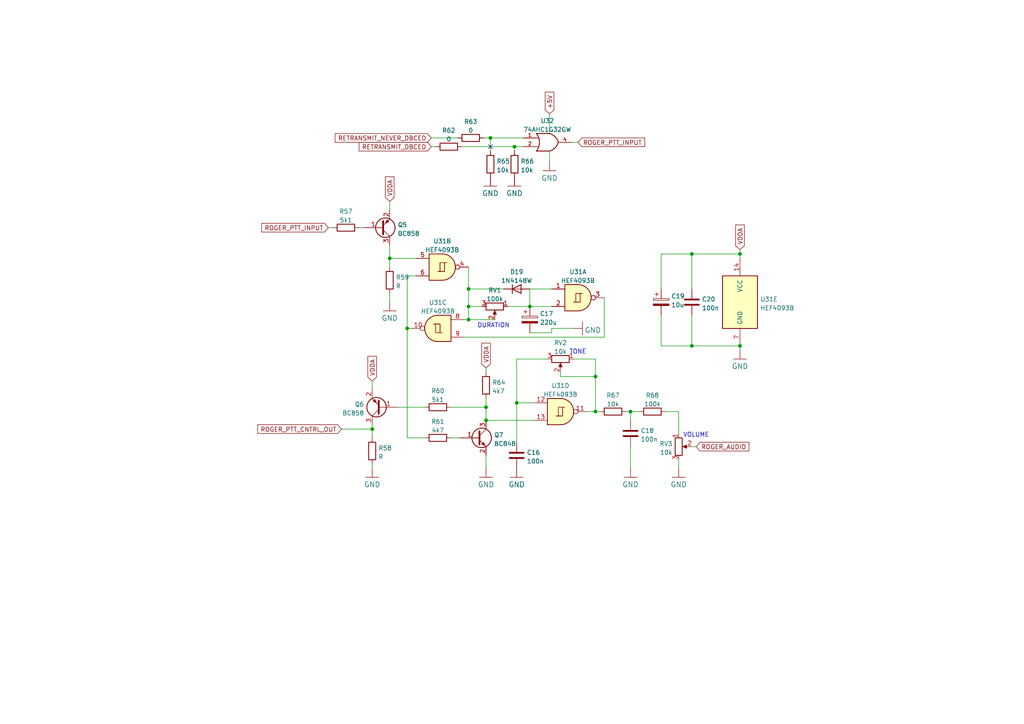
<source format=kicad_sch>
(kicad_sch (version 20211123) (generator eeschema)
  (paper "A4")
  (title_block (title "ParaCNTRL - FM repeater controller made of 74xx and analog") (date "2023-02-23") (rev "A") (company "ML Elektronika Mateusz Lubecki") (comment 1 "Roger Beep generator"))
  (lib_symbols
    (symbol "4xxx:HEF4093B" (pin_names (offset 1.016))
      (property "Reference" "U" (at 0 1.27 0))
      (property "Value" "HEF4093B" (at 0 -1.27 0))
      (symbol "HEF4093B_1_0"
        (polyline (pts (xy -0.635 -1.27) (xy -0.635 1.27) (xy 0.635 1.27)))
        (polyline (pts (xy -0.635 -1.27) (xy -0.635 1.27) (xy 0.635 1.27)))
        (polyline (pts (xy -1.27 -1.27) (xy 0.635 -1.27) (xy 0.635 1.27) (xy 1.27 1.27)))
        (polyline (pts (xy -1.27 -1.27) (xy 0.635 -1.27) (xy 0.635 1.27) (xy 1.27 1.27)))
      )
      (symbol "HEF4093B_1_1"
        (arc (start 0 -3.81) (mid 3.81 0) (end 0 3.81) (stroke (width 0.254)) (fill (type background)))
        (polyline (pts (xy 0 3.81) (xy -3.81 3.81) (xy -3.81 -3.81) (xy 0 -3.81)) (stroke (width 0.254)) (fill (type background)))
        (pin input line (at -7.62 2.54 0) (length 3.81) (name "~") (number "1"))
        (pin input line (at -7.62 -2.54 0) (length 3.81) (name "~") (number "2"))
        (pin output inverted (at 7.62 0 180) (length 3.81) (name "~") (number "3"))
      )
      (symbol "HEF4093B_1_2"
        (arc (start -3.81 -3.81) (mid -2.589 0) (end -3.81 3.81) (stroke (width 0.254)))
        (arc (start -0.6096 -3.81) (mid 2.1855 -2.584) (end 3.81 0) (stroke (width 0.254)) (fill (type background)))
        (polyline (pts (xy -3.81 -3.81) (xy -0.635 -3.81)) (stroke (width 0.254)) (fill (type background)))
        (polyline (pts (xy -3.81 3.81) (xy -0.635 3.81)) (stroke (width 0.254)) (fill (type background)))
        (polyline (pts (xy -0.635 3.81) (xy -3.81 3.81) (xy -3.81 3.81) (xy -3.556 3.4036) (xy -3.0226 2.2606) (xy -2.6924 1.0414) (xy -2.6162 -0.254) (xy -2.7686 -1.4986) (xy -3.175 -2.7178) (xy -3.81 -3.81) (xy -3.81 -3.81) (xy -0.635 -3.81)) (stroke (width -25.4)) (fill (type background)))
        (arc (start 3.81 0) (mid 2.1928 2.5925) (end -0.6096 3.81) (stroke (width 0.254)) (fill (type background)))
        (pin input inverted (at -7.62 2.54 0) (length 4.318) (name "~") (number "1"))
        (pin input inverted (at -7.62 -2.54 0) (length 4.318) (name "~") (number "2"))
        (pin output line (at 7.62 0 180) (length 3.81) (name "~") (number "3"))
      )
      (symbol "HEF4093B_2_0"
        (polyline (pts (xy -0.635 -1.27) (xy -0.635 1.27) (xy 0.635 1.27)))
        (polyline (pts (xy -0.635 -1.27) (xy -0.635 1.27) (xy 0.635 1.27)))
        (polyline (pts (xy -1.27 -1.27) (xy 0.635 -1.27) (xy 0.635 1.27) (xy 1.27 1.27)))
        (polyline (pts (xy -1.27 -1.27) (xy 0.635 -1.27) (xy 0.635 1.27) (xy 1.27 1.27)))
      )
      (symbol "HEF4093B_2_1"
        (arc (start 0 -3.81) (mid 3.81 0) (end 0 3.81) (stroke (width 0.254)) (fill (type background)))
        (polyline (pts (xy 0 3.81) (xy -3.81 3.81) (xy -3.81 -3.81) (xy 0 -3.81)) (stroke (width 0.254)) (fill (type background)))
        (pin output inverted (at 7.62 0 180) (length 3.81) (name "~") (number "4"))
        (pin input line (at -7.62 2.54 0) (length 3.81) (name "~") (number "5"))
        (pin input line (at -7.62 -2.54 0) (length 3.81) (name "~") (number "6"))
      )
      (symbol "HEF4093B_2_2"
        (arc (start -3.81 -3.81) (mid -2.589 0) (end -3.81 3.81) (stroke (width 0.254)))
        (arc (start -0.6096 -3.81) (mid 2.1855 -2.584) (end 3.81 0) (stroke (width 0.254)) (fill (type background)))
        (polyline (pts (xy -3.81 -3.81) (xy -0.635 -3.81)) (stroke (width 0.254)) (fill (type background)))
        (polyline (pts (xy -3.81 3.81) (xy -0.635 3.81)) (stroke (width 0.254)) (fill (type background)))
        (polyline (pts (xy -0.635 3.81) (xy -3.81 3.81) (xy -3.81 3.81) (xy -3.556 3.4036) (xy -3.0226 2.2606) (xy -2.6924 1.0414) (xy -2.6162 -0.254) (xy -2.7686 -1.4986) (xy -3.175 -2.7178) (xy -3.81 -3.81) (xy -3.81 -3.81) (xy -0.635 -3.81)) (stroke (width -25.4)) (fill (type background)))
        (arc (start 3.81 0) (mid 2.1928 2.5925) (end -0.6096 3.81) (stroke (width 0.254)) (fill (type background)))
        (pin output line (at 7.62 0 180) (length 3.81) (name "~") (number "4"))
        (pin input inverted (at -7.62 2.54 0) (length 4.318) (name "~") (number "5"))
        (pin input inverted (at -7.62 -2.54 0) (length 4.318) (name "~") (number "6"))
      )
      (symbol "HEF4093B_3_0"
        (polyline (pts (xy -0.635 -1.27) (xy -0.635 1.27) (xy 0.635 1.27)))
        (polyline (pts (xy -0.635 -1.27) (xy -0.635 1.27) (xy 0.635 1.27)))
        (polyline (pts (xy -1.27 -1.27) (xy 0.635 -1.27) (xy 0.635 1.27) (xy 1.27 1.27)))
        (polyline (pts (xy -1.27 -1.27) (xy 0.635 -1.27) (xy 0.635 1.27) (xy 1.27 1.27)))
      )
      (symbol "HEF4093B_3_1"
        (arc (start 0 -3.81) (mid 3.81 0) (end 0 3.81) (stroke (width 0.254)) (fill (type background)))
        (polyline (pts (xy 0 3.81) (xy -3.81 3.81) (xy -3.81 -3.81) (xy 0 -3.81)) (stroke (width 0.254)) (fill (type background)))
        (pin output inverted (at 7.62 0 180) (length 3.81) (name "~") (number "10"))
        (pin input line (at -7.62 2.54 0) (length 3.81) (name "~") (number "8"))
        (pin input line (at -7.62 -2.54 0) (length 3.81) (name "~") (number "9"))
      )
      (symbol "HEF4093B_3_2"
        (arc (start -3.81 -3.81) (mid -2.589 0) (end -3.81 3.81) (stroke (width 0.254)))
        (arc (start -0.6096 -3.81) (mid 2.1855 -2.584) (end 3.81 0) (stroke (width 0.254)) (fill (type background)))
        (polyline (pts (xy -3.81 -3.81) (xy -0.635 -3.81)) (stroke (width 0.254)) (fill (type background)))
        (polyline (pts (xy -3.81 3.81) (xy -0.635 3.81)) (stroke (width 0.254)) (fill (type background)))
        (polyline (pts (xy -0.635 3.81) (xy -3.81 3.81) (xy -3.81 3.81) (xy -3.556 3.4036) (xy -3.0226 2.2606) (xy -2.6924 1.0414) (xy -2.6162 -0.254) (xy -2.7686 -1.4986) (xy -3.175 -2.7178) (xy -3.81 -3.81) (xy -3.81 -3.81) (xy -0.635 -3.81)) (stroke (width -25.4)) (fill (type background)))
        (arc (start 3.81 0) (mid 2.1928 2.5925) (end -0.6096 3.81) (stroke (width 0.254)) (fill (type background)))
        (pin output line (at 7.62 0 180) (length 3.81) (name "~") (number "10"))
        (pin input inverted (at -7.62 2.54 0) (length 4.318) (name "~") (number "8"))
        (pin input inverted (at -7.62 -2.54 0) (length 4.318) (name "~") (number "9"))
      )
      (symbol "HEF4093B_4_0"
        (polyline (pts (xy -0.635 -1.27) (xy -0.635 1.27) (xy 0.635 1.27)))
        (polyline (pts (xy -0.635 -1.27) (xy -0.635 1.27) (xy 0.635 1.27)))
        (polyline (pts (xy -1.27 -1.27) (xy 0.635 -1.27) (xy 0.635 1.27) (xy 1.27 1.27)))
        (polyline (pts (xy -1.27 -1.27) (xy 0.635 -1.27) (xy 0.635 1.27) (xy 1.27 1.27)))
      )
      (symbol "HEF4093B_4_1"
        (arc (start 0 -3.81) (mid 3.81 0) (end 0 3.81) (stroke (width 0.254)) (fill (type background)))
        (polyline (pts (xy 0 3.81) (xy -3.81 3.81) (xy -3.81 -3.81) (xy 0 -3.81)) (stroke (width 0.254)) (fill (type background)))
        (pin output inverted (at 7.62 0 180) (length 3.81) (name "~") (number "11"))
        (pin input line (at -7.62 2.54 0) (length 3.81) (name "~") (number "12"))
        (pin input line (at -7.62 -2.54 0) (length 3.81) (name "~") (number "13"))
      )
      (symbol "HEF4093B_4_2"
        (arc (start -3.81 -3.81) (mid -2.589 0) (end -3.81 3.81) (stroke (width 0.254)))
        (arc (start -0.6096 -3.81) (mid 2.1855 -2.584) (end 3.81 0) (stroke (width 0.254)) (fill (type background)))
        (polyline (pts (xy -3.81 -3.81) (xy -0.635 -3.81)) (stroke (width 0.254)) (fill (type background)))
        (polyline (pts (xy -3.81 3.81) (xy -0.635 3.81)) (stroke (width 0.254)) (fill (type background)))
        (polyline (pts (xy -0.635 3.81) (xy -3.81 3.81) (xy -3.81 3.81) (xy -3.556 3.4036) (xy -3.0226 2.2606) (xy -2.6924 1.0414) (xy -2.6162 -0.254) (xy -2.7686 -1.4986) (xy -3.175 -2.7178) (xy -3.81 -3.81) (xy -3.81 -3.81) (xy -0.635 -3.81)) (stroke (width -25.4)) (fill (type background)))
        (arc (start 3.81 0) (mid 2.1928 2.5925) (end -0.6096 3.81) (stroke (width 0.254)) (fill (type background)))
        (pin output line (at 7.62 0 180) (length 3.81) (name "~") (number "11"))
        (pin input inverted (at -7.62 2.54 0) (length 4.318) (name "~") (number "12"))
        (pin input inverted (at -7.62 -2.54 0) (length 4.318) (name "~") (number "13"))
      )
      (symbol "HEF4093B_5_0"
        (pin power_in line (at 0 12.7 270) (length 5.08) (name "VCC") (number "14"))
        (pin power_in line (at 0 -12.7 90) (length 5.08) (name "GND") (number "7"))
      )
      (symbol "HEF4093B_5_1"
        (rectangle (start -5.08 7.62) (end 5.08 -7.62) (stroke (width 0.254)) (fill (type background)))
      )
    )
    (symbol "74xGxx:74AHC1G32" (pin_names (offset 1.016))
      (property "Reference" "U" (at -2.54 3.81 0))
      (property "Value" "74AHC1G32" (at 0 -3.81 0))
      (symbol "74AHC1G32_0_1"
        (arc (start -3.81 -2.54) (mid -2.919 0) (end -3.81 2.54) (stroke (width 0.254)))
        (arc (start 0 -2.54) (mid 1.601 -1.601) (end 2.54 0) (stroke (width 0.254)))
        (polyline (pts (xy -3.81 -1.27) (xy -3.175 -1.27)))
        (polyline (pts (xy -3.81 1.27) (xy -3.175 1.27)))
        (polyline (pts (xy 0 -2.54) (xy -3.81 -2.54)) (stroke (width 0.254)) (fill (type background)))
        (polyline (pts (xy 0 2.54) (xy -3.81 2.54)) (stroke (width 0.254)) (fill (type background)))
        (arc (start 2.54 0) (mid 1.6136 1.6136) (end 0 2.54) (stroke (width 0.254)))
      )
      (symbol "74AHC1G32_1_1"
        (pin input line (at -7.62 1.27 0) (length 3.81) (name "~") (number "1"))
        (pin input line (at -7.62 -1.27 0) (length 3.81) (name "~") (number "2"))
        (pin power_in line (at 0 -2.54 270) (length 0) hide (name "GND") (number "3"))
        (pin output line (at 6.35 0 180) (length 3.81) (name "~") (number "4"))
        (pin power_in line (at 0 2.54 90) (length 0) hide (name "VCC") (number "5"))
      )
    )
    (symbol "Device:C" (pin_numbers hide) (pin_names (offset 0.254))
      (property "Reference" "C" (at 0.635 2.54 0))
      (property "Value" "C" (at 0.635 -2.54 0))
      (symbol "C_0_1"
        (polyline (pts (xy -2.032 -0.762) (xy 2.032 -0.762)) (stroke (width 0.508)))
        (polyline (pts (xy -2.032 0.762) (xy 2.032 0.762)) (stroke (width 0.508)))
      )
      (symbol "C_1_1"
        (pin passive line (at 0 3.81 270) (length 2.794) (name "~") (number "1"))
        (pin passive line (at 0 -3.81 90) (length 2.794) (name "~") (number "2"))
      )
    )
    (symbol "Device:C_Polarized" (pin_numbers hide) (pin_names (offset 0.254))
      (property "Reference" "C" (at 0.635 2.54 0))
      (property "Value" "C_Polarized" (at 0.635 -2.54 0))
      (symbol "C_Polarized_0_1"
        (rectangle (start -2.286 0.508) (end 2.286 1.016))
        (polyline (pts (xy -1.778 2.286) (xy -0.762 2.286)))
        (polyline (pts (xy -1.27 2.794) (xy -1.27 1.778)))
        (rectangle (start 2.286 -0.508) (end -2.286 -1.016) (fill (type outline)))
      )
      (symbol "C_Polarized_1_1"
        (pin passive line (at 0 3.81 270) (length 2.794) (name "~") (number "1"))
        (pin passive line (at 0 -3.81 90) (length 2.794) (name "~") (number "2"))
      )
    )
    (symbol "Device:R" (pin_numbers hide) (pin_names (offset 0))
      (property "Reference" "R" (at 2.032 0 90))
      (property "Value" "R" (at 0 0 90))
      (symbol "R_0_1"
        (rectangle (start -1.016 -2.54) (end 1.016 2.54) (stroke (width 0.254)))
      )
      (symbol "R_1_1"
        (pin passive line (at 0 3.81 270) (length 1.27) (name "~") (number "1"))
        (pin passive line (at 0 -3.81 90) (length 1.27) (name "~") (number "2"))
      )
    )
    (symbol "Device:R_Potentiometer" (pin_names (offset 1.016) hide)
      (property "Reference" "RV" (at -4.445 0 90))
      (property "Value" "R_Potentiometer" (at -2.54 0 90))
      (symbol "R_Potentiometer_0_1"
        (polyline (pts (xy 2.54 0) (xy 1.524 0)))
        (polyline (pts (xy 1.143 0) (xy 2.286 0.508) (xy 2.286 -0.508) (xy 1.143 0)) (fill (type outline)))
        (rectangle (start 1.016 2.54) (end -1.016 -2.54) (stroke (width 0.254)))
      )
      (symbol "R_Potentiometer_1_1"
        (pin passive line (at 0 3.81 270) (length 1.27) (name "1") (number "1"))
        (pin passive line (at 3.81 0 180) (length 1.27) (name "2") (number "2"))
        (pin passive line (at 0 -3.81 90) (length 1.27) (name "3") (number "3"))
      )
    )
    (symbol "Diode:1N4148W" (pin_numbers hide) (pin_names (offset 1.016) hide)
      (property "Reference" "D" (at 0 2.54 0))
      (property "Value" "1N4148W" (at 0 -2.54 0))
      (symbol "1N4148W_0_1"
        (polyline (pts (xy -1.27 1.27) (xy -1.27 -1.27)) (stroke (width 0.254)))
        (polyline (pts (xy 1.27 0) (xy -1.27 0)))
        (polyline (pts (xy 1.27 1.27) (xy 1.27 -1.27) (xy -1.27 0) (xy 1.27 1.27)) (stroke (width 0.254)))
      )
      (symbol "1N4148W_1_1"
        (pin passive line (at -3.81 0 0) (length 2.54) (name "K") (number "1"))
        (pin passive line (at 3.81 0 180) (length 2.54) (name "A") (number "2"))
      )
    )
    (symbol "Transistor_BJT:BC848" (pin_names (offset 0) hide)
      (property "Reference" "Q" (at 5.08 1.905 0))
      (property "Value" "BC848" (at 5.08 0 0))
      (symbol "BC848_0_1"
        (polyline (pts (xy 0.635 0.635) (xy 2.54 2.54)))
        (polyline (pts (xy 0.635 -0.635) (xy 2.54 -2.54) (xy 2.54 -2.54)))
        (polyline (pts (xy 0.635 1.905) (xy 0.635 -1.905) (xy 0.635 -1.905)) (stroke (width 0.508)))
        (polyline (pts (xy 1.27 -1.778) (xy 1.778 -1.27) (xy 2.286 -2.286) (xy 1.27 -1.778) (xy 1.27 -1.778)) (fill (type outline)))
        (circle (center 1.27 0) (radius 2.8194) (stroke (width 0.254)))
      )
      (symbol "BC848_1_1"
        (pin input line (at -5.08 0 0) (length 5.715) (name "B") (number "1"))
        (pin passive line (at 2.54 -5.08 90) (length 2.54) (name "E") (number "2"))
        (pin passive line (at 2.54 5.08 270) (length 2.54) (name "C") (number "3"))
      )
    )
    (symbol "Transistor_BJT:BC858" (pin_names (offset 0) hide)
      (property "Reference" "Q" (at 5.08 1.905 0))
      (property "Value" "BC858" (at 5.08 0 0))
      (symbol "BC858_0_1"
        (polyline (pts (xy 0.635 0.635) (xy 2.54 2.54)))
        (polyline (pts (xy 0.635 -0.635) (xy 2.54 -2.54) (xy 2.54 -2.54)))
        (polyline (pts (xy 0.635 1.905) (xy 0.635 -1.905) (xy 0.635 -1.905)) (stroke (width 0.508)))
        (polyline (pts (xy 2.286 -1.778) (xy 1.778 -2.286) (xy 1.27 -1.27) (xy 2.286 -1.778) (xy 2.286 -1.778)) (fill (type outline)))
        (circle (center 1.27 0) (radius 2.8194) (stroke (width 0.254)))
      )
      (symbol "BC858_1_1"
        (pin input line (at -5.08 0 0) (length 5.715) (name "B") (number "1"))
        (pin passive line (at 2.54 -5.08 90) (length 2.54) (name "E") (number "2"))
        (pin passive line (at 2.54 5.08 270) (length 2.54) (name "C") (number "3"))
      )
    )
    (symbol "paratnc_cp_import:GND" (power) (pin_names (offset 1.016))
      (property "Value" "GND" (at -2.54 -2.54 0))
      (symbol "GND_1_0"
        (polyline (pts (xy -1.905 0) (xy 1.905 0)))
        (pin power_in line (at 0 2.54 270) (length 2.54) (name "GND") (number "1"))
      )
    )
  )
  (junction (at 149.86 116.84))
  (junction (at 153.67 88.9))
  (junction (at 135.89 88.9))
  (junction (at 140.97 118.11))
  (junction (at 172.72 109.22))
  (junction (at 113.03 74.93))
  (junction (at 118.11 95.25))
  (junction (at 172.72 119.38))
  (junction (at 182.88 119.38))
  (junction (at 135.89 92.71))
  (junction (at 149.225 42.545))
  (junction (at 200.66 100.33))
  (junction (at 135.89 83.82))
  (junction (at 140.97 121.92))
  (junction (at 142.24 40.005))
  (junction (at 214.63 73.66))
  (junction (at 214.63 100.33))
  (junction (at 107.95 124.46))
  (junction (at 200.66 73.66))
  (no_connect (at 142.24 42.545))
  (wire (pts (xy 140.97 106.68) (xy 140.97 107.95)))
  (wire (pts (xy 147.32 88.9) (xy 153.67 88.9)))
  (wire (pts (xy 107.95 110.49) (xy 107.95 113.03)))
  (wire (pts (xy 107.95 123.19) (xy 107.95 124.46)))
  (wire (pts (xy 123.19 127) (xy 118.11 127)))
  (wire (pts (xy 130.81 127) (xy 133.35 127)))
  (wire (pts (xy 140.97 132.08) (xy 140.97 135.89)))
  (wire (pts (xy 140.97 115.57) (xy 140.97 118.11)))
  (wire (pts (xy 133.985 42.545) (xy 149.225 42.545)))
  (wire (pts (xy 162.56 107.95) (xy 162.56 109.22)))
  (wire (pts (xy 160.02 96.52) (xy 153.67 96.52)))
  (wire (pts (xy 200.66 73.66) (xy 214.63 73.66)))
  (wire (pts (xy 151.765 42.545) (xy 149.225 42.545)))
  (wire (pts (xy 134.62 92.71) (xy 135.89 92.71)))
  (wire (pts (xy 125.095 40.005) (xy 132.715 40.005)))
  (wire (pts (xy 120.65 74.93) (xy 113.03 74.93)))
  (wire (pts (xy 160.02 95.25) (xy 160.02 96.52)))
  (wire (pts (xy 159.385 43.815) (xy 159.385 46.99)))
  (wire (pts (xy 166.37 104.14) (xy 172.72 104.14)))
  (wire (pts (xy 214.63 100.33) (xy 214.63 101.6)))
  (wire (pts (xy 166.37 95.25) (xy 160.02 95.25)))
  (wire (pts (xy 95.25 66.04) (xy 96.52 66.04)))
  (wire (pts (xy 149.86 104.14) (xy 149.86 116.84)))
  (wire (pts (xy 165.735 41.275) (xy 167.64 41.275)))
  (wire (pts (xy 107.95 134.62) (xy 107.95 135.89)))
  (wire (pts (xy 118.11 80.01) (xy 120.65 80.01)))
  (wire (pts (xy 214.63 72.39) (xy 214.63 73.66)))
  (wire (pts (xy 135.89 83.82) (xy 146.05 83.82)))
  (wire (pts (xy 149.86 116.84) (xy 149.86 128.27)))
  (wire (pts (xy 153.67 83.82) (xy 153.67 88.9)))
  (wire (pts (xy 159.385 33.02) (xy 159.385 38.735)))
  (wire (pts (xy 200.66 129.54) (xy 201.93 129.54)))
  (wire (pts (xy 182.88 129.54) (xy 182.88 135.89)))
  (wire (pts (xy 151.765 40.005) (xy 142.24 40.005)))
  (wire (pts (xy 140.335 40.005) (xy 142.24 40.005)))
  (wire (pts (xy 130.81 118.11) (xy 140.97 118.11)))
  (wire (pts (xy 104.14 66.04) (xy 105.41 66.04)))
  (wire (pts (xy 200.66 100.33) (xy 214.63 100.33)))
  (wire (pts (xy 153.67 83.82) (xy 160.02 83.82)))
  (wire (pts (xy 158.75 104.14) (xy 149.86 104.14)))
  (wire (pts (xy 181.61 119.38) (xy 182.88 119.38)))
  (wire (pts (xy 113.03 85.09) (xy 113.03 87.63)))
  (wire (pts (xy 125.095 42.545) (xy 126.365 42.545)))
  (wire (pts (xy 182.88 119.38) (xy 185.42 119.38)))
  (wire (pts (xy 191.77 83.82) (xy 191.77 73.66)))
  (wire (pts (xy 113.03 58.42) (xy 113.03 60.96)))
  (wire (pts (xy 135.89 92.71) (xy 143.51 92.71)))
  (wire (pts (xy 196.85 133.35) (xy 196.85 135.89)))
  (wire (pts (xy 115.57 118.11) (xy 123.19 118.11)))
  (wire (pts (xy 113.03 71.12) (xy 113.03 74.93)))
  (wire (pts (xy 118.11 95.25) (xy 119.38 95.25)))
  (wire (pts (xy 191.77 100.33) (xy 200.66 100.33)))
  (wire (pts (xy 172.72 104.14) (xy 172.72 109.22)))
  (wire (pts (xy 191.77 91.44) (xy 191.77 100.33)))
  (wire (pts (xy 191.77 73.66) (xy 200.66 73.66)))
  (wire (pts (xy 99.06 124.46) (xy 107.95 124.46)))
  (wire (pts (xy 154.94 116.84) (xy 149.86 116.84)))
  (wire (pts (xy 140.97 118.11) (xy 140.97 121.92)))
  (wire (pts (xy 113.03 74.93) (xy 113.03 77.47)))
  (wire (pts (xy 149.225 42.545) (xy 149.225 43.815)))
  (wire (pts (xy 200.66 83.82) (xy 200.66 73.66)))
  (wire (pts (xy 200.66 91.44) (xy 200.66 100.33)))
  (wire (pts (xy 118.11 95.25) (xy 118.11 127)))
  (wire (pts (xy 175.26 86.36) (xy 175.26 97.79)))
  (wire (pts (xy 135.89 88.9) (xy 135.89 83.82)))
  (wire (pts (xy 193.04 119.38) (xy 196.85 119.38)))
  (wire (pts (xy 140.97 121.92) (xy 154.94 121.92)))
  (wire (pts (xy 153.67 88.9) (xy 160.02 88.9)))
  (wire (pts (xy 107.95 124.46) (xy 107.95 127)))
  (wire (pts (xy 182.88 119.38) (xy 182.88 121.92)))
  (wire (pts (xy 134.62 97.79) (xy 175.26 97.79)))
  (wire (pts (xy 172.72 119.38) (xy 173.99 119.38)))
  (wire (pts (xy 172.72 109.22) (xy 172.72 119.38)))
  (wire (pts (xy 142.24 40.005) (xy 142.24 43.815)))
  (wire (pts (xy 170.18 119.38) (xy 172.72 119.38)))
  (wire (pts (xy 135.89 88.9) (xy 139.7 88.9)))
  (wire (pts (xy 135.89 83.82) (xy 135.89 77.47)))
  (wire (pts (xy 118.11 80.01) (xy 118.11 95.25)))
  (wire (pts (xy 196.85 119.38) (xy 196.85 125.73)))
  (wire (pts (xy 214.63 73.66) (xy 214.63 74.93)))
  (wire (pts (xy 162.56 109.22) (xy 172.72 109.22)))
  (wire (pts (xy 135.89 92.71) (xy 135.89 88.9)))
  (text "DURATION" (at 138.43 95.25 0) (effects (font (size 1.27 1.27)) (justify left bottom)))
  (text "TONE" (at 165.1 102.87 0) (effects (font (size 1.27 1.27)) (justify left bottom)))
  (text "VOLUME" (at 198.12 127 0) (effects (font (size 1.27 1.27)) (justify left bottom)))
  (global_label "VDDA" (shape input) (at 113.03 58.42 90) (property "Intersheet References" "${INTERSHEET_REFS}" (effects hide)))
  (global_label "+5V" (shape input) (at 159.385 33.02 90) (property "Intersheet References" "${INTERSHEET_REFS}" (effects hide)))
  (global_label "ROGER_PTT_INPUT" (shape input) (at 95.25 66.04 180) (property "Intersheet References" "${INTERSHEET_REFS}" (effects hide)))
  (global_label "VDDA" (shape input) (at 214.63 72.39 90) (property "Intersheet References" "${INTERSHEET_REFS}" (effects hide)))
  (global_label "ROGER_PTT_CNTRL_OUT" (shape input) (at 99.06 124.46 180) (property "Intersheet References" "${INTERSHEET_REFS}" (effects hide)))
  (global_label "RETRANSMIT_NEVER_DBCED" (shape input) (at 125.095 40.005 180) (property "Intersheet References" "${INTERSHEET_REFS}" (effects hide)))
  (global_label "ROGER_AUDIO" (shape input) (at 201.93 129.54 0) (property "Intersheet References" "${INTERSHEET_REFS}" (effects hide)))
  (global_label "VDDA" (shape input) (at 140.97 106.68 90) (property "Intersheet References" "${INTERSHEET_REFS}" (effects hide)))
  (global_label "RETRANSMIT_DBCED" (shape input) (at 125.095 42.545 180) (property "Intersheet References" "${INTERSHEET_REFS}" (effects hide)))
  (global_label "ROGER_PTT_INPUT" (shape input) (at 167.64 41.275 0) (property "Intersheet References" "${INTERSHEET_REFS}" (effects hide)))
  (global_label "VDDA" (shape input) (at 107.95 110.49 90) (property "Intersheet References" "${INTERSHEET_REFS}" (effects hide)))
  (symbol (lib_id "Transistor_BJT:BC858") (at 110.49 66.04 0) (mirror x) (unit 1)
    (property "Reference" "Q5" (at 115.3414 65.2053 0) (effects (justify left)))
    (property "Value" "BC858" (at 115.3414 67.7422 0) (effects (justify left)))
    (property "Footprint" "Package_TO_SOT_SMD:SOT-23" (effects hide))
    (property "Datasheet" "https://www.onsemi.com/pub/Collateral/BC860-D.pdf" (effects hide))
  )
  (symbol (lib_id "Device:R_Potentiometer") (at 143.51 88.9 270) (unit 1)
    (property "Reference" "RV1" (at 143.51 84.1842 90))
    (property "Value" "100k" (at 143.51 86.7211 90))
    (property "Footprint" "Potentiometer_SMD:Potentiometer_Bourns_3314J_Vertical" (effects hide))
  )
  (symbol (lib_id "paratnc_cp_import:GND") (at 149.225 53.975 0) (unit 1)
    (property "Reference" "#GND066" (effects hide))
    (property "Value" "GND" (at 149.225 56.0838 0) (effects (font (size 1.4986 1.4986))))
  )
  (symbol (lib_id "Device:R") (at 142.24 47.625 180) (unit 1)
    (property "Reference" "R65" (at 144.018 46.7903 0) (effects (justify right)))
    (property "Value" "10k" (at 144.018 49.3272 0) (effects (justify right)))
    (property "Footprint" "Resistor_SMD:R_0805_2012Metric_Pad1.20x1.40mm_HandSolder" (effects hide))
  )
  (symbol (lib_id "Device:R") (at 127 118.11 90) (unit 1)
    (property "Reference" "R60" (at 127 113.3942 90))
    (property "Value" "5k1" (at 127 115.9311 90))
    (property "Footprint" "Resistor_SMD:R_0805_2012Metric_Pad1.20x1.40mm_HandSolder" (effects hide))
  )
  (symbol (lib_id "4xxx:HEF4093B") (at 162.56 119.38 0) (unit 4)
    (property "Reference" "U31" (at 162.56 111.8702 0))
    (property "Value" "HEF4093B" (at 162.56 114.4071 0))
    (property "Footprint" "Package_SO:SO-14_3.9x8.65mm_P1.27mm" (effects hide))
    (property "Datasheet" "https://assets.nexperia.com/documents/data-sheet/HEF4093B.pdf" (effects hide))
  )
  (symbol (lib_id "4xxx:HEF4093B") (at 167.64 86.36 0) (unit 1)
    (property "Reference" "U31" (at 167.64 78.8502 0))
    (property "Value" "HEF4093B" (at 167.64 81.3871 0))
    (property "Footprint" "Package_SO:SO-14_3.9x8.65mm_P1.27mm" (effects hide))
    (property "Datasheet" "https://assets.nexperia.com/documents/data-sheet/HEF4093B.pdf" (effects hide))
  )
  (symbol (lib_id "Device:R") (at 100.33 66.04 90) (unit 1)
    (property "Reference" "R57" (at 100.33 61.3242 90))
    (property "Value" "5k1" (at 100.33 63.8611 90))
    (property "Footprint" "Resistor_SMD:R_0805_2012Metric_Pad1.20x1.40mm_HandSolder" (effects hide))
  )
  (symbol (lib_id "4xxx:HEF4093B") (at 127 95.25 0) (mirror y) (unit 3)
    (property "Reference" "U31" (at 127 87.7402 0))
    (property "Value" "HEF4093B" (at 127 90.2771 0))
    (property "Footprint" "Package_SO:SO-14_3.9x8.65mm_P1.27mm" (effects hide))
    (property "Datasheet" "https://assets.nexperia.com/documents/data-sheet/HEF4093B.pdf" (effects hide))
  )
  (symbol (lib_id "Device:R_Potentiometer") (at 162.56 104.14 270) (unit 1)
    (property "Reference" "RV2" (at 162.56 99.4242 90))
    (property "Value" "10k" (at 162.56 101.9611 90))
    (property "Footprint" "Potentiometer_SMD:Potentiometer_Bourns_3314J_Vertical" (effects hide))
  )
  (symbol (lib_id "paratnc_cp_import:GND") (at 214.63 104.14 0) (unit 1)
    (property "Reference" "#GND072" (effects hide))
    (property "Value" "GND" (at 214.63 106.2488 0) (effects (font (size 1.4986 1.4986))))
  )
  (symbol (lib_id "4xxx:HEF4093B") (at 214.63 87.63 0) (unit 5)
    (property "Reference" "U31" (at 220.472 86.7953 0) (effects (justify left)))
    (property "Value" "HEF4093B" (at 220.472 89.3322 0) (effects (justify left)))
    (property "Footprint" "Package_SO:SO-14_3.9x8.65mm_P1.27mm" (effects hide))
    (property "Datasheet" "https://assets.nexperia.com/documents/data-sheet/HEF4093B.pdf" (effects hide))
  )
  (symbol (lib_id "Device:R") (at 113.03 81.28 0) (unit 1)
    (property "Reference" "R59" (at 114.808 80.4453 0) (effects (justify left)))
    (property "Value" "R" (at 114.808 82.9822 0) (effects (justify left)))
    (property "Footprint" "Resistor_SMD:R_0805_2012Metric_Pad1.20x1.40mm_HandSolder" (effects hide))
  )
  (symbol (lib_id "paratnc_cp_import:GND") (at 140.97 138.43 0) (unit 1)
    (property "Reference" "#GND064" (effects hide))
    (property "Value" "GND" (at 140.97 140.5388 0) (effects (font (size 1.4986 1.4986))))
  )
  (symbol (lib_id "paratnc_cp_import:GND") (at 196.85 138.43 0) (unit 1)
    (property "Reference" "#GND071" (effects hide))
    (property "Value" "GND" (at 196.85 140.5388 0) (effects (font (size 1.4986 1.4986))))
  )
  (symbol (lib_id "Device:C") (at 149.86 132.08 0) (unit 1)
    (property "Reference" "C16" (at 152.781 131.2453 0) (effects (justify left)))
    (property "Value" "100n" (at 152.781 133.7822 0) (effects (justify left)))
    (property "Footprint" "Capacitor_SMD:C_0805_2012Metric_Pad1.18x1.45mm_HandSolder" (effects hide))
  )
  (symbol (lib_id "paratnc_cp_import:GND") (at 113.03 90.17 0) (unit 1)
    (property "Reference" "#GND063" (effects hide))
    (property "Value" "GND" (at 113.03 92.2788 0) (effects (font (size 1.4986 1.4986))))
  )
  (symbol (lib_id "Device:C_Polarized") (at 191.77 87.63 0) (unit 1)
    (property "Reference" "C19" (at 194.691 85.9063 0) (effects (justify left)))
    (property "Value" "10u" (at 194.691 88.4432 0) (effects (justify left)))
    (property "Footprint" "Capacitor_Tantalum_SMD:CP_EIA-3528-21_Kemet-B_Pad1.50x2.35mm_HandSolder" (effects hide))
  )
  (symbol (lib_id "Device:R") (at 140.97 111.76 0) (unit 1)
    (property "Reference" "R64" (at 142.748 110.9253 0) (effects (justify left)))
    (property "Value" "4k7" (at 142.748 113.4622 0) (effects (justify left)))
    (property "Footprint" "Resistor_SMD:R_0805_2012Metric_Pad1.20x1.40mm_HandSolder" (effects hide))
  )
  (symbol (lib_id "Device:R") (at 130.175 42.545 270) (unit 1)
    (property "Reference" "R62" (at 130.175 37.8292 90))
    (property "Value" "0" (at 130.175 40.3661 90))
    (property "Footprint" "Resistor_SMD:R_0805_2012Metric_Pad1.20x1.40mm_HandSolder" (effects hide))
  )
  (symbol (lib_id "Device:R") (at 149.225 47.625 180) (unit 1)
    (property "Reference" "R66" (at 151.003 46.7903 0) (effects (justify right)))
    (property "Value" "10k" (at 151.003 49.3272 0) (effects (justify right)))
    (property "Footprint" "Resistor_SMD:R_0805_2012Metric_Pad1.20x1.40mm_HandSolder" (effects hide))
  )
  (symbol (lib_id "paratnc_cp_import:GND") (at 159.385 49.53 0) (unit 1)
    (property "Reference" "#GND068" (effects hide))
    (property "Value" "GND" (at 159.385 51.6388 0) (effects (font (size 1.4986 1.4986))))
  )
  (symbol (lib_id "Device:R") (at 136.525 40.005 270) (unit 1)
    (property "Reference" "R63" (at 136.525 35.2892 90))
    (property "Value" "0" (at 136.525 37.8261 90))
    (property "Footprint" "Resistor_SMD:R_0805_2012Metric_Pad1.20x1.40mm_HandSolder" (effects hide))
  )
  (symbol (lib_id "Device:R") (at 177.8 119.38 90) (unit 1)
    (property "Reference" "R67" (at 177.8 114.6642 90))
    (property "Value" "10k" (at 177.8 117.2011 90))
    (property "Footprint" "Resistor_SMD:R_0805_2012Metric_Pad1.20x1.40mm_HandSolder" (effects hide))
  )
  (symbol (lib_id "paratnc_cp_import:GND") (at 182.88 138.43 0) (unit 1)
    (property "Reference" "#GND070" (effects hide))
    (property "Value" "GND" (at 182.88 140.5388 0) (effects (font (size 1.4986 1.4986))))
  )
  (symbol (lib_id "Diode:1N4148W") (at 149.86 83.82 0) (unit 1)
    (property "Reference" "D19" (at 149.86 78.8502 0))
    (property "Value" "1N4148W" (at 149.86 81.3871 0))
    (property "Footprint" "Diode_SMD:D_SOD-123" (effects hide))
    (property "Datasheet" "https://www.vishay.com/docs/85748/1n4148w.pdf" (effects hide))
  )
  (symbol (lib_id "paratnc_cp_import:GND") (at 149.86 138.43 0) (unit 1)
    (property "Reference" "#GND067" (effects hide))
    (property "Value" "GND" (at 149.86 140.5388 0) (effects (font (size 1.4986 1.4986))))
  )
  (symbol (lib_id "74xGxx:74AHC1G32") (at 159.385 41.275 0) (unit 1)
    (property "Reference" "U32" (at 158.75 35.0352 0))
    (property "Value" "74AHC1G32GW" (at 158.75 37.5721 0))
    (property "Footprint" "Package_TO_SOT_SMD:SOT-353_SC-70-5_Handsoldering" (effects hide))
    (property "Datasheet" "http://www.ti.com/lit/sg/scyt129e/scyt129e.pdf" (effects hide))
  )
  (symbol (lib_id "Device:R") (at 127 127 90) (unit 1)
    (property "Reference" "R61" (at 127 122.2842 90))
    (property "Value" "4k7" (at 127 124.8211 90))
    (property "Footprint" "Resistor_SMD:R_0805_2012Metric_Pad1.20x1.40mm_HandSolder" (effects hide))
  )
  (symbol (lib_id "Device:R") (at 107.95 130.81 180) (unit 1)
    (property "Reference" "R58" (at 109.728 129.9753 0) (effects (justify right)))
    (property "Value" "R" (at 109.728 132.5122 0) (effects (justify right)))
    (property "Footprint" "Resistor_SMD:R_0805_2012Metric_Pad1.20x1.40mm_HandSolder" (effects hide))
  )
  (symbol (lib_id "Device:C") (at 182.88 125.73 0) (unit 1)
    (property "Reference" "C18" (at 185.801 124.8953 0) (effects (justify left)))
    (property "Value" "100n" (at 185.801 127.4322 0) (effects (justify left)))
    (property "Footprint" "Capacitor_SMD:C_0805_2012Metric_Pad1.18x1.45mm_HandSolder" (effects hide))
  )
  (symbol (lib_id "Transistor_BJT:BC858") (at 110.49 118.11 180) (unit 1)
    (property "Reference" "Q6" (at 105.6386 117.2753 0) (effects (justify left)))
    (property "Value" "BC858" (at 105.6386 119.8122 0) (effects (justify left)))
    (property "Footprint" "Package_TO_SOT_SMD:SOT-23" (effects hide))
    (property "Datasheet" "https://www.onsemi.com/pub/Collateral/BC860-D.pdf" (effects hide))
  )
  (symbol (lib_id "Transistor_BJT:BC848") (at 138.43 127 0) (unit 1)
    (property "Reference" "Q7" (at 143.2814 126.1653 0) (effects (justify left)))
    (property "Value" "BC848" (at 143.2814 128.7022 0) (effects (justify left)))
    (property "Footprint" "Package_TO_SOT_SMD:SOT-23" (effects hide))
    (property "Datasheet" "http://www.infineon.com/dgdl/Infineon-BC847SERIES_BC848SERIES_BC849SERIES_BC850SERIES-DS-v01_01-en.pdf?fileId=db3a304314dca389011541d4630a1657" (effects hide))
  )
  (symbol (lib_id "paratnc_cp_import:GND") (at 168.91 95.25 90) (unit 1)
    (property "Reference" "#GND069" (effects hide))
    (property "Value" "GND" (at 169.545 95.7618 90) (effects (font (size 1.4986 1.4986)) (justify right)))
  )
  (symbol (lib_id "4xxx:HEF4093B") (at 128.27 77.47 0) (unit 2)
    (property "Reference" "U31" (at 128.27 69.9602 0))
    (property "Value" "HEF4093B" (at 128.27 72.4971 0))
    (property "Footprint" "Package_SO:SO-14_3.9x8.65mm_P1.27mm" (effects hide))
    (property "Datasheet" "https://assets.nexperia.com/documents/data-sheet/HEF4093B.pdf" (effects hide))
  )
  (symbol (lib_id "paratnc_cp_import:GND") (at 142.24 53.975 0) (unit 1)
    (property "Reference" "#GND065" (effects hide))
    (property "Value" "GND" (at 142.24 56.0838 0) (effects (font (size 1.4986 1.4986))))
  )
  (symbol (lib_id "Device:C_Polarized") (at 153.67 92.71 0) (unit 1)
    (property "Reference" "C17" (at 156.591 90.9863 0) (effects (justify left)))
    (property "Value" "220u" (at 156.591 93.5232 0) (effects (justify left)))
    (property "Footprint" "Capacitor_Tantalum_SMD:CP_EIA-7343-31_Kemet-D_Pad2.25x2.55mm_HandSolder" (effects hide))
  )
  (symbol (lib_id "Device:R") (at 189.23 119.38 90) (unit 1)
    (property "Reference" "R68" (at 189.23 114.6642 90))
    (property "Value" "100k" (at 189.23 117.2011 90))
    (property "Footprint" "Resistor_SMD:R_0805_2012Metric_Pad1.20x1.40mm_HandSolder" (effects hide))
  )
  (symbol (lib_id "paratnc_cp_import:GND") (at 107.95 138.43 0) (unit 1)
    (property "Reference" "#GND062" (effects hide))
    (property "Value" "GND" (at 107.95 140.5388 0) (effects (font (size 1.4986 1.4986))))
  )
  (symbol (lib_id "Device:R_Potentiometer") (at 196.85 129.54 0) (unit 1)
    (property "Reference" "RV3" (at 195.0721 128.7053 0) (effects (justify right)))
    (property "Value" "10k" (at 195.0721 131.2422 0) (effects (justify right)))
    (property "Footprint" "potentiometers:Potentiometer_SRpassives_1028F" (effects hide))
  )
  (symbol (lib_id "Device:C") (at 200.66 87.63 0) (unit 1)
    (property "Reference" "C20" (at 203.581 86.7953 0) (effects (justify left)))
    (property "Value" "100n" (at 203.581 89.3322 0) (effects (justify left)))
    (property "Footprint" "Capacitor_SMD:C_0805_2012Metric_Pad1.18x1.45mm_HandSolder" (effects hide))
  )
)
</source>
